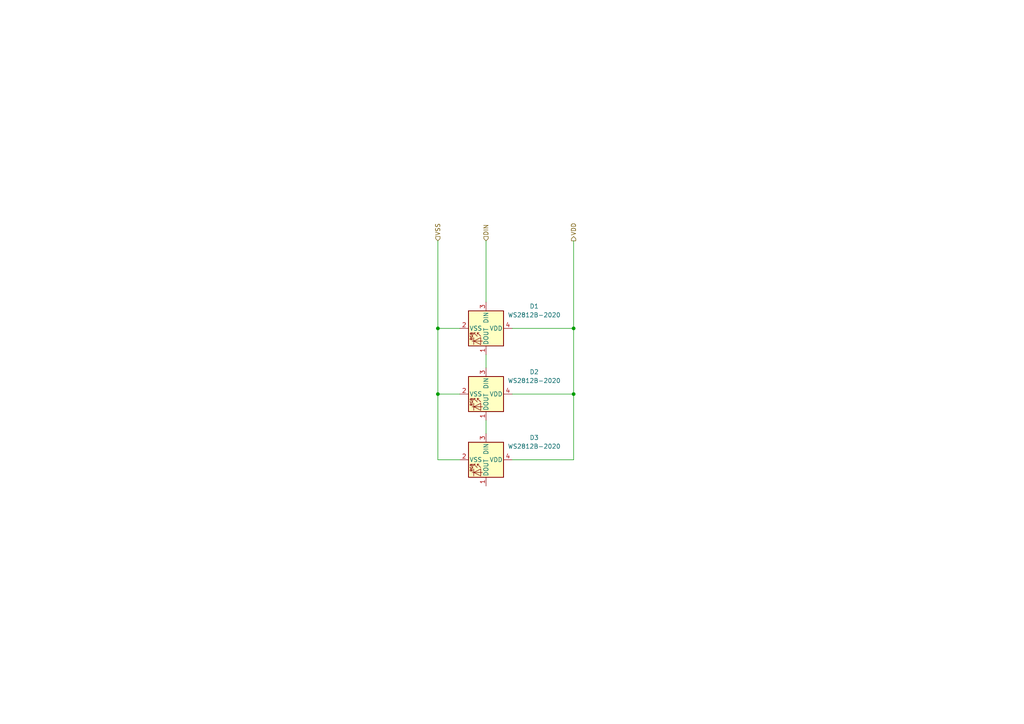
<source format=kicad_sch>
(kicad_sch (version 20250114) (generator "eeschema") (generator_version "9.0")
  (paper "A4")
  (lib_symbols
    (symbol "LED:WS2812B-2020" (pin_names (offset 0.254))
      (property "Reference" "D" (at 5.08 5.715 0))
      (property "Value" "WS2812B-2020" (at 1.27 -5.715 0))
      (symbol "WS2812B-2020_0_0"
        (text "RGB" (at 2.286 -4.191 0) (effects (font (size 0.762 0.762))))
      )
      (symbol "WS2812B-2020_0_1"
        (polyline (pts (xy 1.27 -2.54) (xy 1.778 -2.54)))
        (polyline (pts (xy 1.27 -3.556) (xy 1.778 -3.556)))
        (polyline (pts (xy 2.286 -1.524) (xy 1.27 -2.54) (xy 1.27 -2.032)))
        (polyline (pts (xy 2.286 -2.54) (xy 1.27 -3.556) (xy 1.27 -3.048)))
        (polyline (pts (xy 3.683 -1.016) (xy 3.683 -3.556) (xy 3.683 -4.064)))
        (polyline (pts (xy 4.699 -1.524) (xy 2.667 -1.524) (xy 3.683 -3.556) (xy 4.699 -1.524)))
        (polyline (pts (xy 4.699 -3.556) (xy 2.667 -3.556)))
        (rectangle (start 5.08 5.08) (end -5.08 -5.08) (stroke (width 0.254)) (fill (type background)))
      )
      (symbol "WS2812B-2020_1_1"
        (pin input line (at -7.62 0 0) (length 2.54) (name "DIN") (number "3"))
        (pin power_in line (at 0 7.62 270) (length 2.54) (name "VDD") (number "4"))
        (pin power_in line (at 0 -7.62 90) (length 2.54) (name "VSS") (number "2"))
        (pin output line (at 7.62 0 180) (length 2.54) (name "DOUT") (number "1"))
      )
    )
  )
  (junction (at 166.37 114.3))
  (junction (at 127 95.25))
  (junction (at 166.37 95.25))
  (junction (at 127 114.3))
  (wire (pts (xy 148.59 95.25) (xy 166.37 95.25)))
  (wire (pts (xy 140.97 121.92) (xy 140.97 125.73)))
  (wire (pts (xy 127 114.3) (xy 133.35 114.3)))
  (wire (pts (xy 127 95.25) (xy 127 114.3)))
  (wire (pts (xy 127 69.85) (xy 127 95.25)))
  (wire (pts (xy 140.97 69.85) (xy 140.97 87.63)))
  (wire (pts (xy 166.37 69.85) (xy 166.37 95.25)))
  (wire (pts (xy 166.37 114.3) (xy 148.59 114.3)))
  (wire (pts (xy 166.37 114.3) (xy 166.37 133.35)))
  (wire (pts (xy 166.37 95.25) (xy 166.37 114.3)))
  (wire (pts (xy 133.35 95.25) (xy 127 95.25)))
  (wire (pts (xy 148.59 133.35) (xy 166.37 133.35)))
  (wire (pts (xy 127 114.3) (xy 127 133.35)))
  (wire (pts (xy 133.35 133.35) (xy 127 133.35)))
  (wire (pts (xy 140.97 102.87) (xy 140.97 106.68)))
  (hierarchical_label "VDD" (shape output) (at 166.37 69.85 90))
  (hierarchical_label "VSS" (shape input) (at 127 69.85 90))
  (hierarchical_label "DIN" (shape input) (at 140.97 69.85 90))
  (symbol (lib_id "LED:WS2812B-2020") (at 140.97 95.25 270) (unit 1)
    (property "Reference" "D1" (at 154.94 88.8298 90))
    (property "Value" "WS2812B-2020" (at 154.94 91.3698 90))
    (property "Footprint" "LED_SMD:LED_WS2812B-2020_PLCC4_2.0x2.0mm" (effects (hide yes)))
    (property "Datasheet" "https://cdn-shop.adafruit.com/product-files/4684/4684_WS2812B-2020_V1.3_EN.pdf" (effects (hide yes)))
    (property "Description" "RGB LED with integrated controller, 2.0 x 2.0 mm, 12 mA" (effects (hide yes)))
  )
  (symbol (lib_id "LED:WS2812B-2020") (at 140.97 114.3 270) (unit 1)
    (property "Reference" "D2" (at 154.94 107.8798 90))
    (property "Value" "WS2812B-2020" (at 154.94 110.4198 90))
    (property "Footprint" "LED_SMD:LED_WS2812B-2020_PLCC4_2.0x2.0mm" (effects (hide yes)))
    (property "Datasheet" "https://cdn-shop.adafruit.com/product-files/4684/4684_WS2812B-2020_V1.3_EN.pdf" (effects (hide yes)))
    (property "Description" "RGB LED with integrated controller, 2.0 x 2.0 mm, 12 mA" (effects (hide yes)))
  )
  (symbol (lib_id "LED:WS2812B-2020") (at 140.97 133.35 270) (unit 1)
    (property "Reference" "D3" (at 154.94 126.9298 90))
    (property "Value" "WS2812B-2020" (at 154.94 129.4698 90))
    (property "Footprint" "LED_SMD:LED_WS2812B-2020_PLCC4_2.0x2.0mm" (effects (hide yes)))
    (property "Datasheet" "https://cdn-shop.adafruit.com/product-files/4684/4684_WS2812B-2020_V1.3_EN.pdf" (effects (hide yes)))
    (property "Description" "RGB LED with integrated controller, 2.0 x 2.0 mm, 12 mA" (effects (hide yes)))
  )
)
</source>
